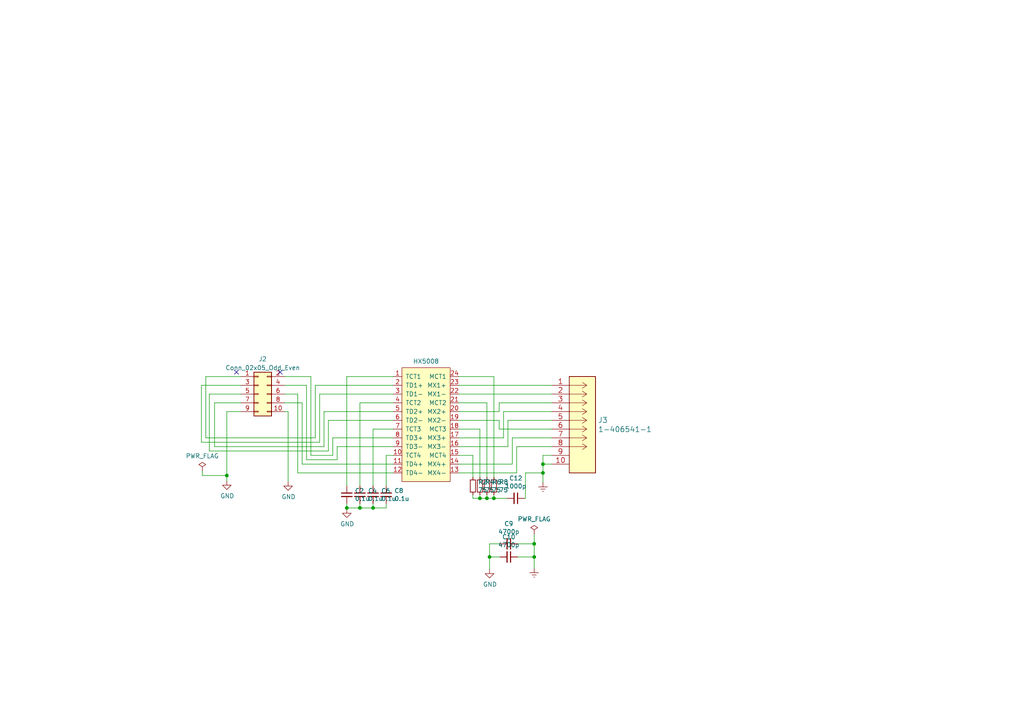
<source format=kicad_sch>
(kicad_sch (version 20230121) (generator eeschema)

  (uuid 8004154c-2cb0-4a38-a510-aadf61b39ef8)

  (paper "A4")

  (title_block
    (title "Colorlight i5 Ethernet adaptor")
    (rev "0.0")
  )

  (lib_symbols
    (symbol "Connector_Generic:Conn_02x05_Odd_Even" (pin_names (offset 1.016) hide) (in_bom yes) (on_board yes)
      (property "Reference" "J" (at 1.27 7.62 0)
        (effects (font (size 1.27 1.27)))
      )
      (property "Value" "Conn_02x05_Odd_Even" (at 1.27 -7.62 0)
        (effects (font (size 1.27 1.27)))
      )
      (property "Footprint" "" (at 0 0 0)
        (effects (font (size 1.27 1.27)) hide)
      )
      (property "Datasheet" "~" (at 0 0 0)
        (effects (font (size 1.27 1.27)) hide)
      )
      (property "ki_keywords" "connector" (at 0 0 0)
        (effects (font (size 1.27 1.27)) hide)
      )
      (property "ki_description" "Generic connector, double row, 02x05, odd/even pin numbering scheme (row 1 odd numbers, row 2 even numbers), script generated (kicad-library-utils/schlib/autogen/connector/)" (at 0 0 0)
        (effects (font (size 1.27 1.27)) hide)
      )
      (property "ki_fp_filters" "Connector*:*_2x??_*" (at 0 0 0)
        (effects (font (size 1.27 1.27)) hide)
      )
      (symbol "Conn_02x05_Odd_Even_1_1"
        (rectangle (start -1.27 -4.953) (end 0 -5.207)
          (stroke (width 0.1524) (type default))
          (fill (type none))
        )
        (rectangle (start -1.27 -2.413) (end 0 -2.667)
          (stroke (width 0.1524) (type default))
          (fill (type none))
        )
        (rectangle (start -1.27 0.127) (end 0 -0.127)
          (stroke (width 0.1524) (type default))
          (fill (type none))
        )
        (rectangle (start -1.27 2.667) (end 0 2.413)
          (stroke (width 0.1524) (type default))
          (fill (type none))
        )
        (rectangle (start -1.27 5.207) (end 0 4.953)
          (stroke (width 0.1524) (type default))
          (fill (type none))
        )
        (rectangle (start -1.27 6.35) (end 3.81 -6.35)
          (stroke (width 0.254) (type default))
          (fill (type background))
        )
        (rectangle (start 3.81 -4.953) (end 2.54 -5.207)
          (stroke (width 0.1524) (type default))
          (fill (type none))
        )
        (rectangle (start 3.81 -2.413) (end 2.54 -2.667)
          (stroke (width 0.1524) (type default))
          (fill (type none))
        )
        (rectangle (start 3.81 0.127) (end 2.54 -0.127)
          (stroke (width 0.1524) (type default))
          (fill (type none))
        )
        (rectangle (start 3.81 2.667) (end 2.54 2.413)
          (stroke (width 0.1524) (type default))
          (fill (type none))
        )
        (rectangle (start 3.81 5.207) (end 2.54 4.953)
          (stroke (width 0.1524) (type default))
          (fill (type none))
        )
        (pin passive line (at -5.08 5.08 0) (length 3.81)
          (name "Pin_1" (effects (font (size 1.27 1.27))))
          (number "1" (effects (font (size 1.27 1.27))))
        )
        (pin passive line (at 7.62 -5.08 180) (length 3.81)
          (name "Pin_10" (effects (font (size 1.27 1.27))))
          (number "10" (effects (font (size 1.27 1.27))))
        )
        (pin passive line (at 7.62 5.08 180) (length 3.81)
          (name "Pin_2" (effects (font (size 1.27 1.27))))
          (number "2" (effects (font (size 1.27 1.27))))
        )
        (pin passive line (at -5.08 2.54 0) (length 3.81)
          (name "Pin_3" (effects (font (size 1.27 1.27))))
          (number "3" (effects (font (size 1.27 1.27))))
        )
        (pin passive line (at 7.62 2.54 180) (length 3.81)
          (name "Pin_4" (effects (font (size 1.27 1.27))))
          (number "4" (effects (font (size 1.27 1.27))))
        )
        (pin passive line (at -5.08 0 0) (length 3.81)
          (name "Pin_5" (effects (font (size 1.27 1.27))))
          (number "5" (effects (font (size 1.27 1.27))))
        )
        (pin passive line (at 7.62 0 180) (length 3.81)
          (name "Pin_6" (effects (font (size 1.27 1.27))))
          (number "6" (effects (font (size 1.27 1.27))))
        )
        (pin passive line (at -5.08 -2.54 0) (length 3.81)
          (name "Pin_7" (effects (font (size 1.27 1.27))))
          (number "7" (effects (font (size 1.27 1.27))))
        )
        (pin passive line (at 7.62 -2.54 180) (length 3.81)
          (name "Pin_8" (effects (font (size 1.27 1.27))))
          (number "8" (effects (font (size 1.27 1.27))))
        )
        (pin passive line (at -5.08 -5.08 0) (length 3.81)
          (name "Pin_9" (effects (font (size 1.27 1.27))))
          (number "9" (effects (font (size 1.27 1.27))))
        )
      )
    )
    (symbol "Device:C_Small" (pin_numbers hide) (pin_names (offset 0.254) hide) (in_bom yes) (on_board yes)
      (property "Reference" "C" (at 0.254 1.778 0)
        (effects (font (size 1.27 1.27)) (justify left))
      )
      (property "Value" "C_Small" (at 0.254 -2.032 0)
        (effects (font (size 1.27 1.27)) (justify left))
      )
      (property "Footprint" "" (at 0 0 0)
        (effects (font (size 1.27 1.27)) hide)
      )
      (property "Datasheet" "~" (at 0 0 0)
        (effects (font (size 1.27 1.27)) hide)
      )
      (property "ki_keywords" "capacitor cap" (at 0 0 0)
        (effects (font (size 1.27 1.27)) hide)
      )
      (property "ki_description" "Unpolarized capacitor, small symbol" (at 0 0 0)
        (effects (font (size 1.27 1.27)) hide)
      )
      (property "ki_fp_filters" "C_*" (at 0 0 0)
        (effects (font (size 1.27 1.27)) hide)
      )
      (symbol "C_Small_0_1"
        (polyline
          (pts
            (xy -1.524 -0.508)
            (xy 1.524 -0.508)
          )
          (stroke (width 0.3302) (type default))
          (fill (type none))
        )
        (polyline
          (pts
            (xy -1.524 0.508)
            (xy 1.524 0.508)
          )
          (stroke (width 0.3048) (type default))
          (fill (type none))
        )
      )
      (symbol "C_Small_1_1"
        (pin passive line (at 0 2.54 270) (length 2.032)
          (name "~" (effects (font (size 1.27 1.27))))
          (number "1" (effects (font (size 1.27 1.27))))
        )
        (pin passive line (at 0 -2.54 90) (length 2.032)
          (name "~" (effects (font (size 1.27 1.27))))
          (number "2" (effects (font (size 1.27 1.27))))
        )
      )
    )
    (symbol "Device:R_Small" (pin_numbers hide) (pin_names (offset 0.254) hide) (in_bom yes) (on_board yes)
      (property "Reference" "R" (at 0.762 0.508 0)
        (effects (font (size 1.27 1.27)) (justify left))
      )
      (property "Value" "R_Small" (at 0.762 -1.016 0)
        (effects (font (size 1.27 1.27)) (justify left))
      )
      (property "Footprint" "" (at 0 0 0)
        (effects (font (size 1.27 1.27)) hide)
      )
      (property "Datasheet" "~" (at 0 0 0)
        (effects (font (size 1.27 1.27)) hide)
      )
      (property "ki_keywords" "R resistor" (at 0 0 0)
        (effects (font (size 1.27 1.27)) hide)
      )
      (property "ki_description" "Resistor, small symbol" (at 0 0 0)
        (effects (font (size 1.27 1.27)) hide)
      )
      (property "ki_fp_filters" "R_*" (at 0 0 0)
        (effects (font (size 1.27 1.27)) hide)
      )
      (symbol "R_Small_0_1"
        (rectangle (start -0.762 1.778) (end 0.762 -1.778)
          (stroke (width 0.2032) (type default))
          (fill (type none))
        )
      )
      (symbol "R_Small_1_1"
        (pin passive line (at 0 2.54 270) (length 0.762)
          (name "~" (effects (font (size 1.27 1.27))))
          (number "1" (effects (font (size 1.27 1.27))))
        )
        (pin passive line (at 0 -2.54 90) (length 0.762)
          (name "~" (effects (font (size 1.27 1.27))))
          (number "2" (effects (font (size 1.27 1.27))))
        )
      )
    )
    (symbol "HX5008:HX5008" (pin_names (offset 1.016)) (in_bom yes) (on_board yes)
      (property "Reference" "T" (at -6.35 16.51 0)
        (effects (font (size 1.27 1.27)))
      )
      (property "Value" "HX5008" (at 0 16.51 0)
        (effects (font (size 1.27 1.27)))
      )
      (property "Footprint" "HX5008:HX5008NL" (at 0 12.7 0)
        (effects (font (size 1.27 1.27)) hide)
      )
      (property "Datasheet" "" (at 0 12.7 0)
        (effects (font (size 1.27 1.27)) hide)
      )
      (symbol "HX5008_0_1"
        (rectangle (start -7.62 -19.05) (end 6.35 13.97)
          (stroke (width 0) (type solid))
          (fill (type background))
        )
      )
      (symbol "HX5008_1_1"
        (pin input line (at -10.16 11.43 0) (length 2.54)
          (name "TCT1" (effects (font (size 1.27 1.27))))
          (number "1" (effects (font (size 1.27 1.27))))
        )
        (pin input line (at -10.16 -11.43 0) (length 2.54)
          (name "TCT4" (effects (font (size 1.27 1.27))))
          (number "10" (effects (font (size 1.27 1.27))))
        )
        (pin input line (at -10.16 -13.97 0) (length 2.54)
          (name "TD4+" (effects (font (size 1.27 1.27))))
          (number "11" (effects (font (size 1.27 1.27))))
        )
        (pin input line (at -10.16 -16.51 0) (length 2.54)
          (name "TD4-" (effects (font (size 1.27 1.27))))
          (number "12" (effects (font (size 1.27 1.27))))
        )
        (pin input line (at 8.89 -16.51 180) (length 2.54)
          (name "MX4-" (effects (font (size 1.27 1.27))))
          (number "13" (effects (font (size 1.27 1.27))))
        )
        (pin input line (at 8.89 -13.97 180) (length 2.54)
          (name "MX4+" (effects (font (size 1.27 1.27))))
          (number "14" (effects (font (size 1.27 1.27))))
        )
        (pin input line (at 8.89 -11.43 180) (length 2.54)
          (name "MCT4" (effects (font (size 1.27 1.27))))
          (number "15" (effects (font (size 1.27 1.27))))
        )
        (pin input line (at 8.89 -8.89 180) (length 2.54)
          (name "MX3-" (effects (font (size 1.27 1.27))))
          (number "16" (effects (font (size 1.27 1.27))))
        )
        (pin input line (at 8.89 -6.35 180) (length 2.54)
          (name "MX3+" (effects (font (size 1.27 1.27))))
          (number "17" (effects (font (size 1.27 1.27))))
        )
        (pin input line (at 8.89 -3.81 180) (length 2.54)
          (name "MCT3" (effects (font (size 1.27 1.27))))
          (number "18" (effects (font (size 1.27 1.27))))
        )
        (pin input line (at 8.89 -1.27 180) (length 2.54)
          (name "MX2-" (effects (font (size 1.27 1.27))))
          (number "19" (effects (font (size 1.27 1.27))))
        )
        (pin input line (at -10.16 8.89 0) (length 2.54)
          (name "TD1+" (effects (font (size 1.27 1.27))))
          (number "2" (effects (font (size 1.27 1.27))))
        )
        (pin input line (at 8.89 1.27 180) (length 2.54)
          (name "MX2+" (effects (font (size 1.27 1.27))))
          (number "20" (effects (font (size 1.27 1.27))))
        )
        (pin input line (at 8.89 3.81 180) (length 2.54)
          (name "MCT2" (effects (font (size 1.27 1.27))))
          (number "21" (effects (font (size 1.27 1.27))))
        )
        (pin input line (at 8.89 6.35 180) (length 2.54)
          (name "MX1-" (effects (font (size 1.27 1.27))))
          (number "22" (effects (font (size 1.27 1.27))))
        )
        (pin input line (at 8.89 8.89 180) (length 2.54)
          (name "MX1+" (effects (font (size 1.27 1.27))))
          (number "23" (effects (font (size 1.27 1.27))))
        )
        (pin input line (at 8.89 11.43 180) (length 2.54)
          (name "MCT1" (effects (font (size 1.27 1.27))))
          (number "24" (effects (font (size 1.27 1.27))))
        )
        (pin input line (at -10.16 6.35 0) (length 2.54)
          (name "TD1-" (effects (font (size 1.27 1.27))))
          (number "3" (effects (font (size 1.27 1.27))))
        )
        (pin input line (at -10.16 3.81 0) (length 2.54)
          (name "TCT2" (effects (font (size 1.27 1.27))))
          (number "4" (effects (font (size 1.27 1.27))))
        )
        (pin input line (at -10.16 1.27 0) (length 2.54)
          (name "TD2+" (effects (font (size 1.27 1.27))))
          (number "5" (effects (font (size 1.27 1.27))))
        )
        (pin input line (at -10.16 -1.27 0) (length 2.54)
          (name "TD2-" (effects (font (size 1.27 1.27))))
          (number "6" (effects (font (size 1.27 1.27))))
        )
        (pin input line (at -10.16 -3.81 0) (length 2.54)
          (name "TCT3" (effects (font (size 1.27 1.27))))
          (number "7" (effects (font (size 1.27 1.27))))
        )
        (pin input line (at -10.16 -6.35 0) (length 2.54)
          (name "TD3+" (effects (font (size 1.27 1.27))))
          (number "8" (effects (font (size 1.27 1.27))))
        )
        (pin input line (at -10.16 -8.89 0) (length 2.54)
          (name "TD3-" (effects (font (size 1.27 1.27))))
          (number "9" (effects (font (size 1.27 1.27))))
        )
      )
    )
    (symbol "MJ406541:1-406541-1" (pin_names (offset 0.254) hide) (in_bom yes) (on_board yes)
      (property "Reference" "J" (at 8.89 6.35 0)
        (effects (font (size 1.524 1.524)))
      )
      (property "Value" "1-406541-1" (at 10.16 -10.16 0)
        (effects (font (size 1.524 1.524)))
      )
      (property "Footprint" "CONN8_406541_TEC" (at 10.16 -11.684 0)
        (effects (font (size 1.524 1.524)) hide)
      )
      (property "Datasheet" "" (at 0 0 0)
        (effects (font (size 1.524 1.524)))
      )
      (property "ki_locked" "" (at 0 0 0)
        (effects (font (size 1.27 1.27)))
      )
      (property "ki_fp_filters" "CONN8_406541_TEC" (at 0 0 0)
        (effects (font (size 1.27 1.27)) hide)
      )
      (symbol "1-406541-1_0_1"
        (rectangle (start 12.7 -25.4) (end 5.08 2.54)
          (stroke (width 0.2032) (type solid))
          (fill (type background))
        )
      )
      (symbol "1-406541-1_1_1"
        (polyline
          (pts
            (xy 5.08 -25.4)
            (xy 12.7 -25.4)
          )
          (stroke (width 0.127) (type solid))
          (fill (type none))
        )
        (polyline
          (pts
            (xy 5.08 2.54)
            (xy 5.08 -25.4)
          )
          (stroke (width 0.127) (type solid))
          (fill (type none))
        )
        (polyline
          (pts
            (xy 10.16 -17.78)
            (xy 5.08 -17.78)
          )
          (stroke (width 0.127) (type solid))
          (fill (type none))
        )
        (polyline
          (pts
            (xy 10.16 -17.78)
            (xy 8.89 -18.6182)
          )
          (stroke (width 0.127) (type solid))
          (fill (type none))
        )
        (polyline
          (pts
            (xy 10.16 -17.78)
            (xy 8.89 -16.9418)
          )
          (stroke (width 0.127) (type solid))
          (fill (type none))
        )
        (polyline
          (pts
            (xy 10.16 -15.24)
            (xy 5.08 -15.24)
          )
          (stroke (width 0.127) (type solid))
          (fill (type none))
        )
        (polyline
          (pts
            (xy 10.16 -15.24)
            (xy 8.89 -16.0782)
          )
          (stroke (width 0.127) (type solid))
          (fill (type none))
        )
        (polyline
          (pts
            (xy 10.16 -15.24)
            (xy 8.89 -14.4018)
          )
          (stroke (width 0.127) (type solid))
          (fill (type none))
        )
        (polyline
          (pts
            (xy 10.16 -12.7)
            (xy 5.08 -12.7)
          )
          (stroke (width 0.127) (type solid))
          (fill (type none))
        )
        (polyline
          (pts
            (xy 10.16 -12.7)
            (xy 8.89 -13.5382)
          )
          (stroke (width 0.127) (type solid))
          (fill (type none))
        )
        (polyline
          (pts
            (xy 10.16 -12.7)
            (xy 8.89 -11.8618)
          )
          (stroke (width 0.127) (type solid))
          (fill (type none))
        )
        (polyline
          (pts
            (xy 10.16 -10.16)
            (xy 5.08 -10.16)
          )
          (stroke (width 0.127) (type solid))
          (fill (type none))
        )
        (polyline
          (pts
            (xy 10.16 -10.16)
            (xy 8.89 -10.9982)
          )
          (stroke (width 0.127) (type solid))
          (fill (type none))
        )
        (polyline
          (pts
            (xy 10.16 -10.16)
            (xy 8.89 -9.3218)
          )
          (stroke (width 0.127) (type solid))
          (fill (type none))
        )
        (polyline
          (pts
            (xy 10.16 -7.62)
            (xy 5.08 -7.62)
          )
          (stroke (width 0.127) (type solid))
          (fill (type none))
        )
        (polyline
          (pts
            (xy 10.16 -7.62)
            (xy 8.89 -8.4582)
          )
          (stroke (width 0.127) (type solid))
          (fill (type none))
        )
        (polyline
          (pts
            (xy 10.16 -7.62)
            (xy 8.89 -6.7818)
          )
          (stroke (width 0.127) (type solid))
          (fill (type none))
        )
        (polyline
          (pts
            (xy 10.16 -5.08)
            (xy 5.08 -5.08)
          )
          (stroke (width 0.127) (type solid))
          (fill (type none))
        )
        (polyline
          (pts
            (xy 10.16 -5.08)
            (xy 8.89 -5.9182)
          )
          (stroke (width 0.127) (type solid))
          (fill (type none))
        )
        (polyline
          (pts
            (xy 10.16 -5.08)
            (xy 8.89 -4.2418)
          )
          (stroke (width 0.127) (type solid))
          (fill (type none))
        )
        (polyline
          (pts
            (xy 10.16 -2.54)
            (xy 5.08 -2.54)
          )
          (stroke (width 0.127) (type solid))
          (fill (type none))
        )
        (polyline
          (pts
            (xy 10.16 -2.54)
            (xy 8.89 -3.3782)
          )
          (stroke (width 0.127) (type solid))
          (fill (type none))
        )
        (polyline
          (pts
            (xy 10.16 -2.54)
            (xy 8.89 -1.7018)
          )
          (stroke (width 0.127) (type solid))
          (fill (type none))
        )
        (polyline
          (pts
            (xy 10.16 0)
            (xy 5.08 0)
          )
          (stroke (width 0.127) (type solid))
          (fill (type none))
        )
        (polyline
          (pts
            (xy 10.16 0)
            (xy 8.89 -0.8382)
          )
          (stroke (width 0.127) (type solid))
          (fill (type none))
        )
        (polyline
          (pts
            (xy 10.16 0)
            (xy 8.89 0.8382)
          )
          (stroke (width 0.127) (type solid))
          (fill (type none))
        )
        (polyline
          (pts
            (xy 12.7 -25.4)
            (xy 12.7 2.54)
          )
          (stroke (width 0.127) (type solid))
          (fill (type none))
        )
        (polyline
          (pts
            (xy 12.7 2.54)
            (xy 5.08 2.54)
          )
          (stroke (width 0.127) (type solid))
          (fill (type none))
        )
        (pin output line (at 0 0 0) (length 5.08)
          (name "1" (effects (font (size 1.4986 1.4986))))
          (number "1" (effects (font (size 1.4986 1.4986))))
        )
        (pin input line (at 0 -22.86 0) (length 5.08)
          (name "SHIELD" (effects (font (size 1.4986 1.4986))))
          (number "10" (effects (font (size 1.4986 1.4986))))
        )
        (pin output line (at 0 -2.54 0) (length 5.08)
          (name "2" (effects (font (size 1.4986 1.4986))))
          (number "2" (effects (font (size 1.4986 1.4986))))
        )
        (pin output line (at 0 -5.08 0) (length 5.08)
          (name "3" (effects (font (size 1.4986 1.4986))))
          (number "3" (effects (font (size 1.4986 1.4986))))
        )
        (pin output line (at 0 -7.62 0) (length 5.08)
          (name "4" (effects (font (size 1.4986 1.4986))))
          (number "4" (effects (font (size 1.4986 1.4986))))
        )
        (pin output line (at 0 -10.16 0) (length 5.08)
          (name "5" (effects (font (size 1.4986 1.4986))))
          (number "5" (effects (font (size 1.4986 1.4986))))
        )
        (pin output line (at 0 -12.7 0) (length 5.08)
          (name "6" (effects (font (size 1.4986 1.4986))))
          (number "6" (effects (font (size 1.4986 1.4986))))
        )
        (pin output line (at 0 -15.24 0) (length 5.08)
          (name "7" (effects (font (size 1.4986 1.4986))))
          (number "7" (effects (font (size 1.4986 1.4986))))
        )
        (pin output line (at 0 -17.78 0) (length 5.08)
          (name "8" (effects (font (size 1.4986 1.4986))))
          (number "8" (effects (font (size 1.4986 1.4986))))
        )
        (pin input line (at 0 -20.32 0) (length 5.08)
          (name "SHIELD" (effects (font (size 1.4986 1.4986))))
          (number "9" (effects (font (size 1.4986 1.4986))))
        )
      )
    )
    (symbol "power:Earth" (power) (pin_names (offset 0)) (in_bom yes) (on_board yes)
      (property "Reference" "#PWR" (at 0 -6.35 0)
        (effects (font (size 1.27 1.27)) hide)
      )
      (property "Value" "Earth" (at 0 -3.81 0)
        (effects (font (size 1.27 1.27)) hide)
      )
      (property "Footprint" "" (at 0 0 0)
        (effects (font (size 1.27 1.27)) hide)
      )
      (property "Datasheet" "~" (at 0 0 0)
        (effects (font (size 1.27 1.27)) hide)
      )
      (property "ki_keywords" "global ground gnd" (at 0 0 0)
        (effects (font (size 1.27 1.27)) hide)
      )
      (property "ki_description" "Power symbol creates a global label with name \"Earth\"" (at 0 0 0)
        (effects (font (size 1.27 1.27)) hide)
      )
      (symbol "Earth_0_1"
        (polyline
          (pts
            (xy -0.635 -1.905)
            (xy 0.635 -1.905)
          )
          (stroke (width 0) (type default))
          (fill (type none))
        )
        (polyline
          (pts
            (xy -0.127 -2.54)
            (xy 0.127 -2.54)
          )
          (stroke (width 0) (type default))
          (fill (type none))
        )
        (polyline
          (pts
            (xy 0 -1.27)
            (xy 0 0)
          )
          (stroke (width 0) (type default))
          (fill (type none))
        )
        (polyline
          (pts
            (xy 1.27 -1.27)
            (xy -1.27 -1.27)
          )
          (stroke (width 0) (type default))
          (fill (type none))
        )
      )
      (symbol "Earth_1_1"
        (pin power_in line (at 0 0 270) (length 0) hide
          (name "Earth" (effects (font (size 1.27 1.27))))
          (number "1" (effects (font (size 1.27 1.27))))
        )
      )
    )
    (symbol "power:GND" (power) (pin_names (offset 0)) (in_bom yes) (on_board yes)
      (property "Reference" "#PWR" (at 0 -6.35 0)
        (effects (font (size 1.27 1.27)) hide)
      )
      (property "Value" "GND" (at 0 -3.81 0)
        (effects (font (size 1.27 1.27)))
      )
      (property "Footprint" "" (at 0 0 0)
        (effects (font (size 1.27 1.27)) hide)
      )
      (property "Datasheet" "" (at 0 0 0)
        (effects (font (size 1.27 1.27)) hide)
      )
      (property "ki_keywords" "global power" (at 0 0 0)
        (effects (font (size 1.27 1.27)) hide)
      )
      (property "ki_description" "Power symbol creates a global label with name \"GND\" , ground" (at 0 0 0)
        (effects (font (size 1.27 1.27)) hide)
      )
      (symbol "GND_0_1"
        (polyline
          (pts
            (xy 0 0)
            (xy 0 -1.27)
            (xy 1.27 -1.27)
            (xy 0 -2.54)
            (xy -1.27 -1.27)
            (xy 0 -1.27)
          )
          (stroke (width 0) (type default))
          (fill (type none))
        )
      )
      (symbol "GND_1_1"
        (pin power_in line (at 0 0 270) (length 0) hide
          (name "GND" (effects (font (size 1.27 1.27))))
          (number "1" (effects (font (size 1.27 1.27))))
        )
      )
    )
    (symbol "power:PWR_FLAG" (power) (pin_numbers hide) (pin_names (offset 0) hide) (in_bom yes) (on_board yes)
      (property "Reference" "#FLG" (at 0 1.905 0)
        (effects (font (size 1.27 1.27)) hide)
      )
      (property "Value" "PWR_FLAG" (at 0 3.81 0)
        (effects (font (size 1.27 1.27)))
      )
      (property "Footprint" "" (at 0 0 0)
        (effects (font (size 1.27 1.27)) hide)
      )
      (property "Datasheet" "~" (at 0 0 0)
        (effects (font (size 1.27 1.27)) hide)
      )
      (property "ki_keywords" "flag power" (at 0 0 0)
        (effects (font (size 1.27 1.27)) hide)
      )
      (property "ki_description" "Special symbol for telling ERC where power comes from" (at 0 0 0)
        (effects (font (size 1.27 1.27)) hide)
      )
      (symbol "PWR_FLAG_0_0"
        (pin power_out line (at 0 0 90) (length 0)
          (name "pwr" (effects (font (size 1.27 1.27))))
          (number "1" (effects (font (size 1.27 1.27))))
        )
      )
      (symbol "PWR_FLAG_0_1"
        (polyline
          (pts
            (xy 0 0)
            (xy 0 1.27)
            (xy -1.016 1.905)
            (xy 0 2.54)
            (xy 1.016 1.905)
            (xy 0 1.27)
          )
          (stroke (width 0) (type default))
          (fill (type none))
        )
      )
    )
  )

  (junction (at 104.394 147.32) (diameter 0) (color 0 0 0 0)
    (uuid 0e41e671-970a-4d98-a587-7b481e30f822)
  )
  (junction (at 100.584 147.32) (diameter 0) (color 0 0 0 0)
    (uuid 0ed61b39-09e9-4652-9b8b-e025652b6b1a)
  )
  (junction (at 154.94 161.544) (diameter 0) (color 0 0 0 0)
    (uuid 2cd7be24-d9ac-4641-81c5-6f11d249b98c)
  )
  (junction (at 65.786 137.922) (diameter 0) (color 0 0 0 0)
    (uuid 7729fd50-574b-4571-ba82-7c76672aee04)
  )
  (junction (at 154.94 157.734) (diameter 0) (color 0 0 0 0)
    (uuid 7a740cdf-5482-415e-b522-86a0d5f9bf68)
  )
  (junction (at 108.204 147.32) (diameter 0) (color 0 0 0 0)
    (uuid 8c76c016-5014-4fd1-a579-f2d9f007212b)
  )
  (junction (at 143.256 144.526) (diameter 0) (color 0 0 0 0)
    (uuid 8d1cacd0-dd6f-4761-a14e-e532b4f178c7)
  )
  (junction (at 157.48 137.16) (diameter 0) (color 0 0 0 0)
    (uuid 8db3e066-5d97-4063-acda-a855df99ee9a)
  )
  (junction (at 157.48 134.62) (diameter 0) (color 0 0 0 0)
    (uuid 9ed2b261-0d36-4aac-b85d-3547fec9af08)
  )
  (junction (at 141.986 161.544) (diameter 0) (color 0 0 0 0)
    (uuid a5066020-0c74-47b2-b01f-8d62e9921e52)
  )
  (junction (at 139.192 144.526) (diameter 0) (color 0 0 0 0)
    (uuid b9297b8b-c207-471b-b024-6a7cff220234)
  )
  (junction (at 141.224 144.526) (diameter 0) (color 0 0 0 0)
    (uuid c604a6cc-2db7-407e-b379-440965b72c93)
  )

  (no_connect (at 81.28 107.95) (uuid 1c3a64d3-fd92-497e-aee7-4d307b969ed3))
  (no_connect (at 68.58 107.95) (uuid a5cf1619-a2f7-4a22-acf8-ecc54d980df8))

  (wire (pts (xy 143.256 143.51) (xy 143.256 144.526))
    (stroke (width 0) (type default))
    (uuid 01882050-98e0-44ff-bb21-77bd271f6dd7)
  )
  (wire (pts (xy 137.16 143.51) (xy 137.16 144.526))
    (stroke (width 0) (type default))
    (uuid 01d6ada3-c06a-4608-bf3b-c333562171b8)
  )
  (wire (pts (xy 87.63 134.62) (xy 114.046 134.62))
    (stroke (width 0) (type default))
    (uuid 07b9f829-58bf-46eb-b1f5-e882adada680)
  )
  (wire (pts (xy 143.256 144.526) (xy 147.066 144.526))
    (stroke (width 0) (type default))
    (uuid 09cb8c6c-d07e-47df-9aa7-36e66c5eca51)
  )
  (wire (pts (xy 157.48 134.62) (xy 157.48 137.16))
    (stroke (width 0) (type default))
    (uuid 0ae6d3fa-3fc4-487d-98fd-696d10813332)
  )
  (wire (pts (xy 92.71 128.27) (xy 92.71 114.3))
    (stroke (width 0) (type default))
    (uuid 0bff30dc-c48a-4ade-8dee-607249bcdbad)
  )
  (wire (pts (xy 112.014 146.05) (xy 112.014 147.32))
    (stroke (width 0) (type default))
    (uuid 0d2dc931-02cc-4693-9729-1ac95c20f35f)
  )
  (wire (pts (xy 104.394 146.05) (xy 104.394 147.32))
    (stroke (width 0) (type default))
    (uuid 10f0a96f-b7ae-46e8-a31a-1382f692d1c6)
  )
  (wire (pts (xy 60.706 130.81) (xy 60.706 114.3))
    (stroke (width 0) (type default))
    (uuid 118aa0ba-1174-444d-8a89-7f8c6ee9851e)
  )
  (wire (pts (xy 144.78 116.84) (xy 160.02 116.84))
    (stroke (width 0) (type default))
    (uuid 14f4ff5c-5eb8-45fd-81ae-a11b212701e5)
  )
  (wire (pts (xy 58.674 137.922) (xy 65.786 137.922))
    (stroke (width 0) (type default))
    (uuid 157ab865-9e79-4034-9c68-b3d6fae3a0eb)
  )
  (wire (pts (xy 59.69 127) (xy 91.44 127))
    (stroke (width 0) (type default))
    (uuid 18c94648-c2ad-4bab-b7c2-7b931a72a4a7)
  )
  (wire (pts (xy 144.78 124.46) (xy 160.02 124.46))
    (stroke (width 0) (type default))
    (uuid 18f04d0f-ba0c-461a-9704-8aafcb31c327)
  )
  (wire (pts (xy 133.096 111.76) (xy 160.02 111.76))
    (stroke (width 0) (type default))
    (uuid 1c22ae0f-e92f-4551-98ae-53db0a42ad0d)
  )
  (wire (pts (xy 69.85 119.38) (xy 65.786 119.38))
    (stroke (width 0) (type default))
    (uuid 1d3f80d0-66bb-40e4-8693-f45fab08a273)
  )
  (wire (pts (xy 133.096 124.46) (xy 139.192 124.46))
    (stroke (width 0) (type default))
    (uuid 1e72284a-6e7f-4c1b-b220-30c59c552d26)
  )
  (wire (pts (xy 133.096 137.16) (xy 149.86 137.16))
    (stroke (width 0) (type default))
    (uuid 20cb5bba-351c-4f41-be78-3172473d7523)
  )
  (wire (pts (xy 97.79 129.54) (xy 114.046 129.54))
    (stroke (width 0) (type default))
    (uuid 2233a403-f8ff-45a8-9f1a-2e1105b4227e)
  )
  (wire (pts (xy 139.192 143.51) (xy 139.192 144.526))
    (stroke (width 0) (type default))
    (uuid 226644ce-0fdd-4074-89c5-54f449b36931)
  )
  (wire (pts (xy 133.096 132.08) (xy 137.16 132.08))
    (stroke (width 0) (type default))
    (uuid 24905ed8-dd6a-4096-a868-2525a5fc5c35)
  )
  (wire (pts (xy 114.046 121.92) (xy 95.25 121.92))
    (stroke (width 0) (type default))
    (uuid 2619ebc7-2128-4644-baec-640e35225d1f)
  )
  (wire (pts (xy 160.02 134.62) (xy 157.48 134.62))
    (stroke (width 0) (type default))
    (uuid 28bceafa-9b4f-41b6-b1ae-23ceba49a974)
  )
  (wire (pts (xy 152.4 144.526) (xy 152.4 137.16))
    (stroke (width 0) (type default))
    (uuid 29a30859-89e7-4f51-8f60-73d675a5daab)
  )
  (wire (pts (xy 82.55 116.84) (xy 87.63 116.84))
    (stroke (width 0) (type default))
    (uuid 2bbb2697-0504-42a7-9c86-2b3abe19db65)
  )
  (wire (pts (xy 88.9 133.35) (xy 97.79 133.35))
    (stroke (width 0) (type default))
    (uuid 2c0e9911-8a1b-460e-ba02-5dc78718adeb)
  )
  (wire (pts (xy 133.096 134.62) (xy 148.59 134.62))
    (stroke (width 0) (type default))
    (uuid 2d363dc7-75f3-404a-8eed-618b91bc8916)
  )
  (wire (pts (xy 141.224 143.51) (xy 141.224 144.526))
    (stroke (width 0) (type default))
    (uuid 2d57795e-eca8-401a-9e38-9108d50576cb)
  )
  (wire (pts (xy 147.32 129.54) (xy 147.32 121.92))
    (stroke (width 0) (type default))
    (uuid 2ddbb454-2fd6-409b-be6c-f5f926eb1bb3)
  )
  (wire (pts (xy 108.204 124.46) (xy 108.204 140.97))
    (stroke (width 0) (type default))
    (uuid 31194557-9ce8-42b8-b677-13afcd234cb8)
  )
  (wire (pts (xy 150.114 161.544) (xy 154.94 161.544))
    (stroke (width 0) (type default))
    (uuid 319bf6c2-d3ca-46b0-83d8-c6fc3c6c8c2c)
  )
  (wire (pts (xy 58.42 128.27) (xy 92.71 128.27))
    (stroke (width 0) (type default))
    (uuid 31df57b9-1a6b-4e12-9c53-09c721867a08)
  )
  (wire (pts (xy 90.17 109.22) (xy 90.17 132.08))
    (stroke (width 0) (type default))
    (uuid 324b495a-0373-4a24-9ff3-480ec8e39a61)
  )
  (wire (pts (xy 90.17 132.08) (xy 96.52 132.08))
    (stroke (width 0) (type default))
    (uuid 3307a0ec-d768-4fb4-ba13-866933a481dd)
  )
  (wire (pts (xy 65.786 119.38) (xy 65.786 137.922))
    (stroke (width 0) (type default))
    (uuid 349a2307-833c-49c5-8acd-5c11ee582d3b)
  )
  (wire (pts (xy 58.42 111.76) (xy 58.42 128.27))
    (stroke (width 0) (type default))
    (uuid 3773d02a-4cfd-4a7d-a78f-09a48acf35cc)
  )
  (wire (pts (xy 144.78 121.92) (xy 144.78 124.46))
    (stroke (width 0) (type default))
    (uuid 397fbfdc-45a3-445e-8734-8548c4bd935f)
  )
  (wire (pts (xy 82.55 109.22) (xy 90.17 109.22))
    (stroke (width 0) (type default))
    (uuid 39c19b81-0084-48e6-abd8-ffe55ea6d49c)
  )
  (wire (pts (xy 108.204 146.05) (xy 108.204 147.32))
    (stroke (width 0) (type default))
    (uuid 39d8d860-7649-4ee2-b4e0-85b33a6159e8)
  )
  (wire (pts (xy 91.44 127) (xy 91.44 111.76))
    (stroke (width 0) (type default))
    (uuid 3bfdc464-5013-408f-a0a0-9567d17a5891)
  )
  (wire (pts (xy 88.9 111.76) (xy 88.9 133.35))
    (stroke (width 0) (type default))
    (uuid 3c0b4acc-adbc-484b-a7db-0ff4d68c1ca5)
  )
  (wire (pts (xy 141.986 161.544) (xy 141.986 165.1))
    (stroke (width 0) (type default))
    (uuid 3c153d63-f3e1-4d82-9714-eb0ec4f6c0db)
  )
  (wire (pts (xy 154.94 154.94) (xy 154.94 157.734))
    (stroke (width 0) (type default))
    (uuid 3cef65f5-704c-4182-938e-a1a9e336a236)
  )
  (wire (pts (xy 95.25 121.92) (xy 95.25 130.81))
    (stroke (width 0) (type default))
    (uuid 411efcd2-d65c-403d-a61c-5a8ea9b590e2)
  )
  (wire (pts (xy 133.096 109.22) (xy 143.256 109.22))
    (stroke (width 0) (type default))
    (uuid 4485bf16-0572-4ba0-8a23-0f28ced223a0)
  )
  (wire (pts (xy 100.584 109.22) (xy 100.584 140.97))
    (stroke (width 0) (type default))
    (uuid 5127aca1-72ec-473e-9804-59522b0297f5)
  )
  (wire (pts (xy 149.86 137.16) (xy 149.86 129.54))
    (stroke (width 0) (type default))
    (uuid 53559f64-1aea-4a21-a2fe-77fe897fc10a)
  )
  (wire (pts (xy 146.05 119.38) (xy 160.02 119.38))
    (stroke (width 0) (type default))
    (uuid 57feb072-98be-4898-9756-d50232467446)
  )
  (wire (pts (xy 100.584 147.32) (xy 100.584 146.05))
    (stroke (width 0) (type default))
    (uuid 5823a5d3-65e5-437c-9414-0d80f50a8277)
  )
  (wire (pts (xy 92.71 114.3) (xy 114.046 114.3))
    (stroke (width 0) (type default))
    (uuid 5acab3b8-0f98-4a4a-b06b-19f1aecb97fb)
  )
  (wire (pts (xy 82.55 114.3) (xy 86.36 114.3))
    (stroke (width 0) (type default))
    (uuid 60b42a82-8809-4c1b-868e-0c9ab71314f1)
  )
  (wire (pts (xy 114.046 124.46) (xy 108.204 124.46))
    (stroke (width 0) (type default))
    (uuid 62ef73a6-18c1-4ae7-b5a6-a14b6b1873a8)
  )
  (wire (pts (xy 137.16 132.08) (xy 137.16 138.43))
    (stroke (width 0) (type default))
    (uuid 689b788a-5035-4a58-9d06-40fc9568d25d)
  )
  (wire (pts (xy 139.192 144.526) (xy 141.224 144.526))
    (stroke (width 0) (type default))
    (uuid 6e1bbd70-0fe9-4ce8-bc50-f2ee07dbf444)
  )
  (wire (pts (xy 139.192 124.46) (xy 139.192 138.43))
    (stroke (width 0) (type default))
    (uuid 6f49589b-acba-4eac-87bc-e1256c7ecaaf)
  )
  (wire (pts (xy 144.78 119.38) (xy 144.78 116.84))
    (stroke (width 0) (type default))
    (uuid 7246f311-2208-48b3-99f0-93e20b701552)
  )
  (wire (pts (xy 157.48 137.16) (xy 157.48 139.954))
    (stroke (width 0) (type default))
    (uuid 72854559-a666-4277-84ea-8f62602590a4)
  )
  (wire (pts (xy 160.02 114.3) (xy 133.096 114.3))
    (stroke (width 0) (type default))
    (uuid 7924c4d4-f930-410c-948f-8e907c00c5e5)
  )
  (wire (pts (xy 145.034 157.734) (xy 141.986 157.734))
    (stroke (width 0) (type default))
    (uuid 7a5df7b2-bcb8-45a7-9248-25e419f05a1d)
  )
  (wire (pts (xy 104.394 140.97) (xy 104.394 116.84))
    (stroke (width 0) (type default))
    (uuid 7b9fb706-7838-440a-9948-f1e6a8d8a48c)
  )
  (wire (pts (xy 97.79 133.35) (xy 97.79 129.54))
    (stroke (width 0) (type default))
    (uuid 7db0b40f-c48c-45ce-bb90-bacba5f2aac6)
  )
  (wire (pts (xy 108.204 147.32) (xy 104.394 147.32))
    (stroke (width 0) (type default))
    (uuid 80920aba-bb76-4ed8-a88c-77f921a64fa0)
  )
  (wire (pts (xy 141.224 116.84) (xy 133.096 116.84))
    (stroke (width 0) (type default))
    (uuid 82829bee-0a32-4ba2-869b-72d3bd9bff40)
  )
  (wire (pts (xy 150.114 157.734) (xy 154.94 157.734))
    (stroke (width 0) (type default))
    (uuid 82c73692-e39d-4dfc-8425-927b64a70b4c)
  )
  (wire (pts (xy 157.48 132.08) (xy 157.48 134.62))
    (stroke (width 0) (type default))
    (uuid 83dc1f14-6de5-4bde-a35e-c3e4be5fc468)
  )
  (wire (pts (xy 112.014 147.32) (xy 108.204 147.32))
    (stroke (width 0) (type default))
    (uuid 8aafb9d4-763e-43cf-bc00-baddd8469197)
  )
  (wire (pts (xy 96.52 127) (xy 114.046 127))
    (stroke (width 0) (type default))
    (uuid 8b922207-1fa8-409b-8ced-8a50b9dbb059)
  )
  (wire (pts (xy 62.23 116.84) (xy 69.85 116.84))
    (stroke (width 0) (type default))
    (uuid 909e905f-7b4b-43a9-b215-3127ab1ad570)
  )
  (wire (pts (xy 93.98 129.54) (xy 93.98 119.38))
    (stroke (width 0) (type default))
    (uuid 90c36fd3-e889-452c-ba81-1757b56f4e25)
  )
  (wire (pts (xy 104.394 147.32) (xy 100.584 147.32))
    (stroke (width 0) (type default))
    (uuid 9491e692-b093-48c0-8c4c-7ba1faeba446)
  )
  (wire (pts (xy 149.86 129.54) (xy 160.02 129.54))
    (stroke (width 0) (type default))
    (uuid 96e3d29e-e764-48c9-9df6-10124e38d591)
  )
  (wire (pts (xy 93.98 119.38) (xy 114.046 119.38))
    (stroke (width 0) (type default))
    (uuid 97908902-a0e6-4ead-89c5-1b4930acb841)
  )
  (wire (pts (xy 133.096 121.92) (xy 144.78 121.92))
    (stroke (width 0) (type default))
    (uuid 99353daa-e56b-4823-a3b7-76e4fb50f627)
  )
  (wire (pts (xy 59.69 109.22) (xy 59.69 127))
    (stroke (width 0) (type default))
    (uuid 9a573130-6e32-479d-916b-2ab85d2b32d9)
  )
  (wire (pts (xy 83.566 119.38) (xy 83.566 139.7))
    (stroke (width 0) (type default))
    (uuid 9cbc2f0e-c337-488f-bfcd-a6a118a9069e)
  )
  (wire (pts (xy 96.52 132.08) (xy 96.52 127))
    (stroke (width 0) (type default))
    (uuid 9e911835-b54a-4f7f-b1ab-2a7d7c2bcaf1)
  )
  (wire (pts (xy 62.23 129.54) (xy 93.98 129.54))
    (stroke (width 0) (type default))
    (uuid a07130a4-cd4b-429b-b1c2-e95eb40d76bc)
  )
  (wire (pts (xy 148.59 127) (xy 160.02 127))
    (stroke (width 0) (type default))
    (uuid a3cf977c-dc4f-4464-abf5-afc98eae7943)
  )
  (wire (pts (xy 152.4 137.16) (xy 157.48 137.16))
    (stroke (width 0) (type default))
    (uuid a7aadd56-705d-4dcf-8198-2f3d98e127fb)
  )
  (wire (pts (xy 82.55 119.38) (xy 83.566 119.38))
    (stroke (width 0) (type default))
    (uuid a81acef1-8981-411d-ab22-c7795e167580)
  )
  (wire (pts (xy 112.014 132.08) (xy 112.014 140.97))
    (stroke (width 0) (type default))
    (uuid a9986fa1-db29-4763-b7ca-abefc20bbdd4)
  )
  (wire (pts (xy 58.42 111.76) (xy 69.85 111.76))
    (stroke (width 0) (type default))
    (uuid acc4d936-be30-41dc-b8fa-be9ce09c6f2c)
  )
  (wire (pts (xy 114.046 109.22) (xy 100.584 109.22))
    (stroke (width 0) (type default))
    (uuid b0f77c17-8201-49a8-937f-a89b41afb1ad)
  )
  (wire (pts (xy 148.59 134.62) (xy 148.59 127))
    (stroke (width 0) (type default))
    (uuid b26fdd8c-42a7-4ec0-b4f3-5b4f602de1e8)
  )
  (wire (pts (xy 86.36 114.3) (xy 86.36 137.16))
    (stroke (width 0) (type default))
    (uuid b34c606a-f718-4aa9-85e5-8aafb3dfb889)
  )
  (wire (pts (xy 160.02 132.08) (xy 157.48 132.08))
    (stroke (width 0) (type default))
    (uuid b7e885a6-0ba0-4124-881b-841b076cc27a)
  )
  (wire (pts (xy 58.674 136.652) (xy 58.674 137.922))
    (stroke (width 0) (type default))
    (uuid ba7460e1-a01a-47e8-b173-16435c3410b1)
  )
  (wire (pts (xy 133.096 127) (xy 146.05 127))
    (stroke (width 0) (type default))
    (uuid bc05cfb4-05e5-4e45-9f93-857f7061cec0)
  )
  (wire (pts (xy 141.224 138.43) (xy 141.224 116.84))
    (stroke (width 0) (type default))
    (uuid bde739f8-8bad-44a3-adc5-7d9ed60bec94)
  )
  (wire (pts (xy 143.256 109.22) (xy 143.256 138.43))
    (stroke (width 0) (type default))
    (uuid bf3bd711-e792-4be1-b815-9786790c02d5)
  )
  (wire (pts (xy 146.05 127) (xy 146.05 119.38))
    (stroke (width 0) (type default))
    (uuid c1b3c64c-9bb6-4b40-acc3-c8b690e66f69)
  )
  (wire (pts (xy 62.23 116.84) (xy 62.23 129.54))
    (stroke (width 0) (type default))
    (uuid c53d3868-c1ea-402f-83b6-06c1fb24b134)
  )
  (wire (pts (xy 133.096 119.38) (xy 144.78 119.38))
    (stroke (width 0) (type default))
    (uuid c885d4c0-5ac3-4df2-85a4-8e62de40db34)
  )
  (wire (pts (xy 87.63 116.84) (xy 87.63 134.62))
    (stroke (width 0) (type default))
    (uuid ca55a5aa-6576-40eb-985f-ef6b20efc9e2)
  )
  (wire (pts (xy 91.44 111.76) (xy 114.046 111.76))
    (stroke (width 0) (type default))
    (uuid cbe9be85-7159-42bb-8146-ce1dad8b3080)
  )
  (wire (pts (xy 95.25 130.81) (xy 60.706 130.81))
    (stroke (width 0) (type default))
    (uuid cf80e584-c284-403e-8792-a554b056ebb7)
  )
  (wire (pts (xy 86.36 137.16) (xy 114.046 137.16))
    (stroke (width 0) (type default))
    (uuid d0fb222c-9d99-4d9e-827a-4786e5410326)
  )
  (wire (pts (xy 141.986 157.734) (xy 141.986 161.544))
    (stroke (width 0) (type default))
    (uuid d26bf588-b441-434a-8268-0a9bc9f4b857)
  )
  (wire (pts (xy 100.584 147.574) (xy 100.584 147.32))
    (stroke (width 0) (type default))
    (uuid d3ade8f5-afda-4cb0-999f-e0fbf18164e3)
  )
  (wire (pts (xy 154.94 161.544) (xy 154.94 164.846))
    (stroke (width 0) (type default))
    (uuid d4bf3f34-cf08-4f54-ae76-282dcc4aef73)
  )
  (wire (pts (xy 147.32 121.92) (xy 160.02 121.92))
    (stroke (width 0) (type default))
    (uuid d4c97804-24c7-46fa-8c78-f2022a89ee01)
  )
  (wire (pts (xy 133.096 129.54) (xy 147.32 129.54))
    (stroke (width 0) (type default))
    (uuid d68678af-7e93-43f6-9f48-3bef84e60086)
  )
  (wire (pts (xy 137.16 144.526) (xy 139.192 144.526))
    (stroke (width 0) (type default))
    (uuid dded7f5f-bbc5-43c3-bd94-dfbe294d43fd)
  )
  (wire (pts (xy 114.046 132.08) (xy 112.014 132.08))
    (stroke (width 0) (type default))
    (uuid df0b7576-ed5c-4e39-9c38-492c8ed1a925)
  )
  (wire (pts (xy 60.706 114.3) (xy 69.85 114.3))
    (stroke (width 0) (type default))
    (uuid e06a33e7-99d4-4ad0-a368-42611c69d178)
  )
  (wire (pts (xy 59.69 109.22) (xy 69.85 109.22))
    (stroke (width 0) (type default))
    (uuid e658d671-7e0c-47fb-9b1b-4738b0b759c8)
  )
  (wire (pts (xy 154.94 157.734) (xy 154.94 161.544))
    (stroke (width 0) (type default))
    (uuid e8b0ce5e-76d2-4b38-9a91-4203a877fa13)
  )
  (wire (pts (xy 145.034 161.544) (xy 141.986 161.544))
    (stroke (width 0) (type default))
    (uuid f1478ae7-15ab-4bb5-9e28-f2e8c693ba67)
  )
  (wire (pts (xy 65.786 137.922) (xy 65.786 139.446))
    (stroke (width 0) (type default))
    (uuid f3a39066-06ed-4b2a-94a5-8cfe88960308)
  )
  (wire (pts (xy 141.224 144.526) (xy 143.256 144.526))
    (stroke (width 0) (type default))
    (uuid f4358e8e-25a7-455b-9879-8ca3a4f0ef25)
  )
  (wire (pts (xy 82.55 111.76) (xy 88.9 111.76))
    (stroke (width 0) (type default))
    (uuid f4a6d560-920e-48eb-9ad6-b23bcbc84f4f)
  )
  (wire (pts (xy 104.394 116.84) (xy 114.046 116.84))
    (stroke (width 0) (type default))
    (uuid fa2caad1-7729-4400-b2a3-66f915c49d1b)
  )
  (wire (pts (xy 152.146 144.526) (xy 152.4 144.526))
    (stroke (width 0) (type default))
    (uuid ff303cbb-33ec-4270-9874-336c24277c06)
  )

  (symbol (lib_id "HX5008:HX5008") (at 124.206 120.65 0) (unit 1)
    (in_bom yes) (on_board yes) (dnp no)
    (uuid 00000000-0000-0000-0000-00005fd1d25f)
    (property "Reference" "T2" (at 123.571 102.489 0)
      (effects (font (size 1.27 1.27)) hide)
    )
    (property "Value" "HX5008" (at 123.571 104.8004 0)
      (effects (font (size 1.27 1.27)))
    )
    (property "Footprint" "HX5008:HX5008NL" (at 124.206 107.95 0)
      (effects (font (size 1.27 1.27)) hide)
    )
    (property "Datasheet" "" (at 124.206 107.95 0)
      (effects (font (size 1.27 1.27)) hide)
    )
    (pin "1" (uuid bc3667cf-c4d3-48bd-96f4-9d4011e21a91))
    (pin "10" (uuid 6e11a4fc-0963-4351-b1d3-4cb11b89b7f3))
    (pin "11" (uuid fcbcf11a-12ee-4363-9a6b-4a3bb8c9836a))
    (pin "12" (uuid b56c9957-e69a-4659-88fb-650ef39f8f0b))
    (pin "13" (uuid 4a67f411-efab-4d2c-b12c-87f56eec83d1))
    (pin "14" (uuid 57fd5422-d8c8-4d81-92dc-aa50365e7da7))
    (pin "15" (uuid eb251ecb-4925-45a9-9b67-f859044f3009))
    (pin "16" (uuid 0c9b21c0-43dc-4007-9050-c41f4106befb))
    (pin "17" (uuid 1d8e8efe-5124-44a6-8748-988b280d387d))
    (pin "18" (uuid 9a75d7e4-ec23-4d58-9285-9842c787c0e2))
    (pin "19" (uuid 3464ccd5-f07f-4e2d-81c8-d3cb7668e871))
    (pin "2" (uuid 57fc87b7-5750-4950-9eaa-2bcfe0e0d754))
    (pin "20" (uuid 2f72de4b-99d8-4be0-81c9-e050a1d9a672))
    (pin "21" (uuid fe01ee2d-5c0b-4882-921c-816f1e2ab110))
    (pin "22" (uuid e700a7a5-aed4-46c8-9a66-67e1b204ecc4))
    (pin "23" (uuid ed0401a9-a018-4b84-989c-48da634cff05))
    (pin "24" (uuid a38d6db4-b9eb-4726-baeb-f120f12c80e1))
    (pin "3" (uuid c517eda6-1b59-4a98-8899-25cc8d4600f8))
    (pin "4" (uuid e3a34943-2427-4e62-a625-26fd6b22d144))
    (pin "5" (uuid 39b7625f-eca5-416d-b34b-8f0abd727f54))
    (pin "6" (uuid 9a82e579-7603-4c0f-abcb-e11500214e8d))
    (pin "7" (uuid d7a7cb7c-3c02-4197-965c-00e4016f786d))
    (pin "8" (uuid 09228813-63d4-4384-a620-564efaba46e1))
    (pin "9" (uuid 825855db-de43-4c97-9a65-93b8fc170ce2))
    (instances
      (project "i5ether"
        (path "/8004154c-2cb0-4a38-a510-aadf61b39ef8"
          (reference "T2") (unit 1)
        )
      )
    )
  )

  (symbol (lib_id "power:GND") (at 65.786 139.446 0) (unit 1)
    (in_bom yes) (on_board yes) (dnp no)
    (uuid 00000000-0000-0000-0000-00005fd72904)
    (property "Reference" "#PWR01" (at 65.786 145.796 0)
      (effects (font (size 1.27 1.27)) hide)
    )
    (property "Value" "GND" (at 65.913 143.8402 0)
      (effects (font (size 1.27 1.27)))
    )
    (property "Footprint" "" (at 65.786 139.446 0)
      (effects (font (size 1.27 1.27)) hide)
    )
    (property "Datasheet" "" (at 65.786 139.446 0)
      (effects (font (size 1.27 1.27)) hide)
    )
    (pin "1" (uuid 7824772f-5a36-48e5-a051-5ef56ca8ff59))
    (instances
      (project "i5ether"
        (path "/8004154c-2cb0-4a38-a510-aadf61b39ef8"
          (reference "#PWR01") (unit 1)
        )
      )
    )
  )

  (symbol (lib_id "power:GND") (at 83.566 139.7 0) (unit 1)
    (in_bom yes) (on_board yes) (dnp no)
    (uuid 00000000-0000-0000-0000-00005fd74382)
    (property "Reference" "#PWR02" (at 83.566 146.05 0)
      (effects (font (size 1.27 1.27)) hide)
    )
    (property "Value" "GND" (at 83.693 144.0942 0)
      (effects (font (size 1.27 1.27)))
    )
    (property "Footprint" "" (at 83.566 139.7 0)
      (effects (font (size 1.27 1.27)) hide)
    )
    (property "Datasheet" "" (at 83.566 139.7 0)
      (effects (font (size 1.27 1.27)) hide)
    )
    (pin "1" (uuid 5363e52b-7b32-4e74-88b6-89f29dcedea7))
    (instances
      (project "i5ether"
        (path "/8004154c-2cb0-4a38-a510-aadf61b39ef8"
          (reference "#PWR02") (unit 1)
        )
      )
    )
  )

  (symbol (lib_id "Device:C_Small") (at 100.584 143.51 0) (unit 1)
    (in_bom yes) (on_board yes) (dnp no)
    (uuid 00000000-0000-0000-0000-00005fdb0917)
    (property "Reference" "C2" (at 102.9208 142.3416 0)
      (effects (font (size 1.27 1.27)) (justify left))
    )
    (property "Value" "0.1u" (at 102.9208 144.653 0)
      (effects (font (size 1.27 1.27)) (justify left))
    )
    (property "Footprint" "Capacitor_SMD:C_0402_1005Metric" (at 100.584 143.51 0)
      (effects (font (size 1.27 1.27)) hide)
    )
    (property "Datasheet" "~" (at 100.584 143.51 0)
      (effects (font (size 1.27 1.27)) hide)
    )
    (pin "1" (uuid 4ca05c3f-710b-499c-bd98-ef230c5adf8a))
    (pin "2" (uuid cfb24685-ba00-4102-abc1-bea898adf5bc))
    (instances
      (project "i5ether"
        (path "/8004154c-2cb0-4a38-a510-aadf61b39ef8"
          (reference "C2") (unit 1)
        )
      )
    )
  )

  (symbol (lib_id "Device:C_Small") (at 104.394 143.51 0) (unit 1)
    (in_bom yes) (on_board yes) (dnp no)
    (uuid 00000000-0000-0000-0000-00005fdb091d)
    (property "Reference" "C4" (at 106.7308 142.3416 0)
      (effects (font (size 1.27 1.27)) (justify left))
    )
    (property "Value" "0.1u" (at 106.7308 144.653 0)
      (effects (font (size 1.27 1.27)) (justify left))
    )
    (property "Footprint" "Capacitor_SMD:C_0402_1005Metric" (at 104.394 143.51 0)
      (effects (font (size 1.27 1.27)) hide)
    )
    (property "Datasheet" "~" (at 104.394 143.51 0)
      (effects (font (size 1.27 1.27)) hide)
    )
    (pin "1" (uuid e5d5e21e-f119-408b-8db2-9935c5e072c6))
    (pin "2" (uuid c1effc5d-754f-4dbe-b792-42de0be935ac))
    (instances
      (project "i5ether"
        (path "/8004154c-2cb0-4a38-a510-aadf61b39ef8"
          (reference "C4") (unit 1)
        )
      )
    )
  )

  (symbol (lib_id "Device:C_Small") (at 108.204 143.51 0) (unit 1)
    (in_bom yes) (on_board yes) (dnp no)
    (uuid 00000000-0000-0000-0000-00005fdb0923)
    (property "Reference" "C6" (at 110.5408 142.3416 0)
      (effects (font (size 1.27 1.27)) (justify left))
    )
    (property "Value" "0.1u" (at 110.5408 144.653 0)
      (effects (font (size 1.27 1.27)) (justify left))
    )
    (property "Footprint" "Capacitor_SMD:C_0402_1005Metric" (at 108.204 143.51 0)
      (effects (font (size 1.27 1.27)) hide)
    )
    (property "Datasheet" "~" (at 108.204 143.51 0)
      (effects (font (size 1.27 1.27)) hide)
    )
    (pin "1" (uuid de5dcfdb-e62a-416d-8ba5-6647647d44d5))
    (pin "2" (uuid ea922ae1-c8fd-4e2f-b9e1-e911b17d832c))
    (instances
      (project "i5ether"
        (path "/8004154c-2cb0-4a38-a510-aadf61b39ef8"
          (reference "C6") (unit 1)
        )
      )
    )
  )

  (symbol (lib_id "Device:C_Small") (at 112.014 143.51 0) (unit 1)
    (in_bom yes) (on_board yes) (dnp no)
    (uuid 00000000-0000-0000-0000-00005fdb0929)
    (property "Reference" "C8" (at 114.3508 142.3416 0)
      (effects (font (size 1.27 1.27)) (justify left))
    )
    (property "Value" "0.1u" (at 114.3508 144.653 0)
      (effects (font (size 1.27 1.27)) (justify left))
    )
    (property "Footprint" "Capacitor_SMD:C_0402_1005Metric" (at 112.014 143.51 0)
      (effects (font (size 1.27 1.27)) hide)
    )
    (property "Datasheet" "~" (at 112.014 143.51 0)
      (effects (font (size 1.27 1.27)) hide)
    )
    (pin "1" (uuid b5f2d883-31b7-4455-9c26-3c2bbc1b570f))
    (pin "2" (uuid 7fa04306-e7b9-418e-9829-6e6e54f24a73))
    (instances
      (project "i5ether"
        (path "/8004154c-2cb0-4a38-a510-aadf61b39ef8"
          (reference "C8") (unit 1)
        )
      )
    )
  )

  (symbol (lib_id "power:GND") (at 100.584 147.574 0) (unit 1)
    (in_bom yes) (on_board yes) (dnp no)
    (uuid 00000000-0000-0000-0000-00005fdb092f)
    (property "Reference" "#PWR04" (at 100.584 153.924 0)
      (effects (font (size 1.27 1.27)) hide)
    )
    (property "Value" "GND" (at 100.711 151.9682 0)
      (effects (font (size 1.27 1.27)))
    )
    (property "Footprint" "" (at 100.584 147.574 0)
      (effects (font (size 1.27 1.27)) hide)
    )
    (property "Datasheet" "" (at 100.584 147.574 0)
      (effects (font (size 1.27 1.27)) hide)
    )
    (pin "1" (uuid 1b03cb11-5ef5-45c2-a56c-166afce096f8))
    (instances
      (project "i5ether"
        (path "/8004154c-2cb0-4a38-a510-aadf61b39ef8"
          (reference "#PWR04") (unit 1)
        )
      )
    )
  )

  (symbol (lib_id "MJ406541:1-406541-1") (at 160.02 111.76 0) (unit 1)
    (in_bom yes) (on_board yes) (dnp no)
    (uuid 00000000-0000-0000-0000-00005fdc47d3)
    (property "Reference" "J3" (at 173.4312 121.8438 0)
      (effects (font (size 1.524 1.524)) (justify left))
    )
    (property "Value" "1-406541-1" (at 173.4312 124.5362 0)
      (effects (font (size 1.524 1.524)) (justify left))
    )
    (property "Footprint" "MJ406541:1-406541-1" (at 170.18 123.444 0)
      (effects (font (size 1.524 1.524)) hide)
    )
    (property "Datasheet" "" (at 160.02 111.76 0)
      (effects (font (size 1.524 1.524)))
    )
    (pin "1" (uuid 3b14e6fb-68ca-483e-90ca-a9fa8485a37a))
    (pin "10" (uuid 237cf5aa-35d0-43f8-9444-e4bded042a4b))
    (pin "2" (uuid d87d34d4-d891-43df-ba06-afa8751b46da))
    (pin "3" (uuid 21e18223-2725-429b-8115-336fb8acb4b5))
    (pin "4" (uuid 76e621b3-1829-41b0-baaf-97dfe7a9e7c8))
    (pin "5" (uuid 5a37f7ce-847f-4bea-95e0-510f12ff5326))
    (pin "6" (uuid 9c5eeb07-8fad-4c1b-99c0-0c38b7ca630a))
    (pin "7" (uuid 5f0587da-e53f-4738-a304-0a1189181258))
    (pin "8" (uuid a396bb84-3626-4ecf-bde0-a642afa36f1d))
    (pin "9" (uuid 19d3cce3-0787-45f4-bd0d-60e3e168a4fa))
    (instances
      (project "i5ether"
        (path "/8004154c-2cb0-4a38-a510-aadf61b39ef8"
          (reference "J3") (unit 1)
        )
      )
    )
  )

  (symbol (lib_id "power:Earth") (at 157.48 139.954 0) (unit 1)
    (in_bom yes) (on_board yes) (dnp no)
    (uuid 00000000-0000-0000-0000-00005fe02fa4)
    (property "Reference" "#PWR08" (at 157.48 146.304 0)
      (effects (font (size 1.27 1.27)) hide)
    )
    (property "Value" "Earth" (at 157.48 143.764 0)
      (effects (font (size 1.27 1.27)) hide)
    )
    (property "Footprint" "" (at 157.48 139.954 0)
      (effects (font (size 1.27 1.27)) hide)
    )
    (property "Datasheet" "~" (at 157.48 139.954 0)
      (effects (font (size 1.27 1.27)) hide)
    )
    (pin "1" (uuid 2b1df373-b943-4866-890d-bc62cb9fcd51))
    (instances
      (project "i5ether"
        (path "/8004154c-2cb0-4a38-a510-aadf61b39ef8"
          (reference "#PWR08") (unit 1)
        )
      )
    )
  )

  (symbol (lib_id "Device:R_Small") (at 137.16 140.97 0) (unit 1)
    (in_bom yes) (on_board yes) (dnp no)
    (uuid 00000000-0000-0000-0000-00005fe5e259)
    (property "Reference" "R2" (at 138.6586 139.8016 0)
      (effects (font (size 1.27 1.27)) (justify left))
    )
    (property "Value" "75" (at 138.6586 142.113 0)
      (effects (font (size 1.27 1.27)) (justify left))
    )
    (property "Footprint" "Resistor_SMD:R_0402_1005Metric" (at 137.16 140.97 0)
      (effects (font (size 1.27 1.27)) hide)
    )
    (property "Datasheet" "~" (at 137.16 140.97 0)
      (effects (font (size 1.27 1.27)) hide)
    )
    (pin "1" (uuid e04a07c9-c560-4357-bbdb-506c0f28aea5))
    (pin "2" (uuid f5eaf3ef-0995-418a-aa8c-4e7f13594c08))
    (instances
      (project "i5ether"
        (path "/8004154c-2cb0-4a38-a510-aadf61b39ef8"
          (reference "R2") (unit 1)
        )
      )
    )
  )

  (symbol (lib_id "Device:R_Small") (at 139.192 140.97 0) (unit 1)
    (in_bom yes) (on_board yes) (dnp no)
    (uuid 00000000-0000-0000-0000-00005fe5e25f)
    (property "Reference" "R4" (at 140.6906 139.8016 0)
      (effects (font (size 1.27 1.27)) (justify left))
    )
    (property "Value" "75" (at 140.6906 142.113 0)
      (effects (font (size 1.27 1.27)) (justify left))
    )
    (property "Footprint" "Resistor_SMD:R_0402_1005Metric" (at 139.192 140.97 0)
      (effects (font (size 1.27 1.27)) hide)
    )
    (property "Datasheet" "~" (at 139.192 140.97 0)
      (effects (font (size 1.27 1.27)) hide)
    )
    (pin "1" (uuid dccf776f-2b02-43e5-b033-d2c8aad3a6d6))
    (pin "2" (uuid 715eea28-f641-448d-9e98-caecfe43dbdd))
    (instances
      (project "i5ether"
        (path "/8004154c-2cb0-4a38-a510-aadf61b39ef8"
          (reference "R4") (unit 1)
        )
      )
    )
  )

  (symbol (lib_id "Device:R_Small") (at 141.224 140.97 0) (unit 1)
    (in_bom yes) (on_board yes) (dnp no)
    (uuid 00000000-0000-0000-0000-00005fe5e265)
    (property "Reference" "R6" (at 142.7226 139.8016 0)
      (effects (font (size 1.27 1.27)) (justify left))
    )
    (property "Value" "75" (at 142.7226 142.113 0)
      (effects (font (size 1.27 1.27)) (justify left))
    )
    (property "Footprint" "Resistor_SMD:R_0402_1005Metric" (at 141.224 140.97 0)
      (effects (font (size 1.27 1.27)) hide)
    )
    (property "Datasheet" "~" (at 141.224 140.97 0)
      (effects (font (size 1.27 1.27)) hide)
    )
    (pin "1" (uuid 732354b3-3a6c-4907-9199-afc71d8a6d2c))
    (pin "2" (uuid c277fd48-1bbc-4c7d-9321-05f57f9e249d))
    (instances
      (project "i5ether"
        (path "/8004154c-2cb0-4a38-a510-aadf61b39ef8"
          (reference "R6") (unit 1)
        )
      )
    )
  )

  (symbol (lib_id "Device:R_Small") (at 143.256 140.97 0) (unit 1)
    (in_bom yes) (on_board yes) (dnp no)
    (uuid 00000000-0000-0000-0000-00005fe5e26b)
    (property "Reference" "R8" (at 144.7546 139.8016 0)
      (effects (font (size 1.27 1.27)) (justify left))
    )
    (property "Value" "75" (at 144.7546 142.113 0)
      (effects (font (size 1.27 1.27)) (justify left))
    )
    (property "Footprint" "Resistor_SMD:R_0402_1005Metric" (at 143.256 140.97 0)
      (effects (font (size 1.27 1.27)) hide)
    )
    (property "Datasheet" "~" (at 143.256 140.97 0)
      (effects (font (size 1.27 1.27)) hide)
    )
    (pin "1" (uuid eba1fbd6-d19a-40ad-92bf-8bf4cb0631c1))
    (pin "2" (uuid 10fbae1e-e3bb-4516-8940-813f5287028f))
    (instances
      (project "i5ether"
        (path "/8004154c-2cb0-4a38-a510-aadf61b39ef8"
          (reference "R8") (unit 1)
        )
      )
    )
  )

  (symbol (lib_id "Device:C_Small") (at 149.606 144.526 270) (unit 1)
    (in_bom yes) (on_board yes) (dnp no)
    (uuid 00000000-0000-0000-0000-00005fe5e271)
    (property "Reference" "C12" (at 149.606 138.7094 90)
      (effects (font (size 1.27 1.27)))
    )
    (property "Value" "1000p" (at 149.606 141.0208 90)
      (effects (font (size 1.27 1.27)))
    )
    (property "Footprint" "Capacitor_SMD:C_0402_1005Metric" (at 149.606 144.526 0)
      (effects (font (size 1.27 1.27)) hide)
    )
    (property "Datasheet" "~" (at 149.606 144.526 0)
      (effects (font (size 1.27 1.27)) hide)
    )
    (pin "1" (uuid 10122a28-c7c0-4d66-a209-e56d77f1a1f7))
    (pin "2" (uuid 2593d90b-51f4-4e98-af87-d59936d1bdfd))
    (instances
      (project "i5ether"
        (path "/8004154c-2cb0-4a38-a510-aadf61b39ef8"
          (reference "C12") (unit 1)
        )
      )
    )
  )

  (symbol (lib_id "Device:C_Small") (at 147.574 157.734 270) (unit 1)
    (in_bom yes) (on_board yes) (dnp no)
    (uuid 00000000-0000-0000-0000-00005ff0c266)
    (property "Reference" "C9" (at 147.574 151.9174 90)
      (effects (font (size 1.27 1.27)))
    )
    (property "Value" "4700p" (at 147.574 154.2288 90)
      (effects (font (size 1.27 1.27)))
    )
    (property "Footprint" "Resistor_SMD:R_1812_4532Metric" (at 147.574 157.734 0)
      (effects (font (size 1.27 1.27)) hide)
    )
    (property "Datasheet" "~" (at 147.574 157.734 0)
      (effects (font (size 1.27 1.27)) hide)
    )
    (pin "1" (uuid 8d8be546-57ca-4cda-bd59-d01554e3aa5c))
    (pin "2" (uuid 66598f1f-d98b-4b24-9cd4-43fd1b3eb8e1))
    (instances
      (project "i5ether"
        (path "/8004154c-2cb0-4a38-a510-aadf61b39ef8"
          (reference "C9") (unit 1)
        )
      )
    )
  )

  (symbol (lib_id "power:Earth") (at 154.94 164.846 0) (unit 1)
    (in_bom yes) (on_board yes) (dnp no)
    (uuid 00000000-0000-0000-0000-00005ff19a17)
    (property "Reference" "#PWR06" (at 154.94 171.196 0)
      (effects (font (size 1.27 1.27)) hide)
    )
    (property "Value" "Earth" (at 154.94 168.656 0)
      (effects (font (size 1.27 1.27)) hide)
    )
    (property "Footprint" "" (at 154.94 164.846 0)
      (effects (font (size 1.27 1.27)) hide)
    )
    (property "Datasheet" "~" (at 154.94 164.846 0)
      (effects (font (size 1.27 1.27)) hide)
    )
    (pin "1" (uuid a7011153-838b-4499-8b2d-a0dd50129d82))
    (instances
      (project "i5ether"
        (path "/8004154c-2cb0-4a38-a510-aadf61b39ef8"
          (reference "#PWR06") (unit 1)
        )
      )
    )
  )

  (symbol (lib_id "power:GND") (at 141.986 165.1 0) (unit 1)
    (in_bom yes) (on_board yes) (dnp no)
    (uuid 00000000-0000-0000-0000-00005ff1a95b)
    (property "Reference" "#PWR05" (at 141.986 171.45 0)
      (effects (font (size 1.27 1.27)) hide)
    )
    (property "Value" "GND" (at 142.113 169.4942 0)
      (effects (font (size 1.27 1.27)))
    )
    (property "Footprint" "" (at 141.986 165.1 0)
      (effects (font (size 1.27 1.27)) hide)
    )
    (property "Datasheet" "" (at 141.986 165.1 0)
      (effects (font (size 1.27 1.27)) hide)
    )
    (pin "1" (uuid 26687818-d02b-4c5f-ae87-60d1f69a4f62))
    (instances
      (project "i5ether"
        (path "/8004154c-2cb0-4a38-a510-aadf61b39ef8"
          (reference "#PWR05") (unit 1)
        )
      )
    )
  )

  (symbol (lib_id "power:PWR_FLAG") (at 154.94 154.94 0) (unit 1)
    (in_bom yes) (on_board yes) (dnp no)
    (uuid 00000000-0000-0000-0000-00005ff2d3ec)
    (property "Reference" "#FLG02" (at 154.94 153.035 0)
      (effects (font (size 1.27 1.27)) hide)
    )
    (property "Value" "PWR_FLAG" (at 154.94 150.5458 0)
      (effects (font (size 1.27 1.27)))
    )
    (property "Footprint" "" (at 154.94 154.94 0)
      (effects (font (size 1.27 1.27)) hide)
    )
    (property "Datasheet" "~" (at 154.94 154.94 0)
      (effects (font (size 1.27 1.27)) hide)
    )
    (pin "1" (uuid b07b0343-1633-4dc3-92cd-6dcc7e823b85))
    (instances
      (project "i5ether"
        (path "/8004154c-2cb0-4a38-a510-aadf61b39ef8"
          (reference "#FLG02") (unit 1)
        )
      )
    )
  )

  (symbol (lib_id "power:PWR_FLAG") (at 58.674 136.652 0) (unit 1)
    (in_bom yes) (on_board yes) (dnp no)
    (uuid 00000000-0000-0000-0000-00005ff382fd)
    (property "Reference" "#FLG01" (at 58.674 134.747 0)
      (effects (font (size 1.27 1.27)) hide)
    )
    (property "Value" "PWR_FLAG" (at 58.674 132.2578 0)
      (effects (font (size 1.27 1.27)))
    )
    (property "Footprint" "" (at 58.674 136.652 0)
      (effects (font (size 1.27 1.27)) hide)
    )
    (property "Datasheet" "~" (at 58.674 136.652 0)
      (effects (font (size 1.27 1.27)) hide)
    )
    (pin "1" (uuid a83f7f1c-f8ab-471f-8c2c-99539f15dbd4))
    (instances
      (project "i5ether"
        (path "/8004154c-2cb0-4a38-a510-aadf61b39ef8"
          (reference "#FLG01") (unit 1)
        )
      )
    )
  )

  (symbol (lib_id "Device:C_Small") (at 147.574 161.544 270) (unit 1)
    (in_bom yes) (on_board yes) (dnp no)
    (uuid 00000000-0000-0000-0000-00005ff48433)
    (property "Reference" "C10" (at 147.574 155.7274 90)
      (effects (font (size 1.27 1.27)))
    )
    (property "Value" "4700p" (at 147.574 158.0388 90)
      (effects (font (size 1.27 1.27)))
    )
    (property "Footprint" "Resistor_SMD:R_1812_4532Metric" (at 147.574 161.544 0)
      (effects (font (size 1.27 1.27)) hide)
    )
    (property "Datasheet" "~" (at 147.574 161.544 0)
      (effects (font (size 1.27 1.27)) hide)
    )
    (pin "1" (uuid 5134343a-6970-4ec6-90ed-247f70f042ac))
    (pin "2" (uuid 12441e27-8bb0-48db-b4b4-95cd9d2d408a))
    (instances
      (project "i5ether"
        (path "/8004154c-2cb0-4a38-a510-aadf61b39ef8"
          (reference "C10") (unit 1)
        )
      )
    )
  )

  (symbol (lib_id "Connector_Generic:Conn_02x05_Odd_Even") (at 74.93 114.3 0) (unit 1)
    (in_bom yes) (on_board yes) (dnp no) (fields_autoplaced)
    (uuid 9d1fab4b-aeee-4490-a3b6-9260902d1ab6)
    (property "Reference" "J2" (at 76.2 104.14 0)
      (effects (font (size 1.27 1.27)))
    )
    (property "Value" "Conn_02x05_Odd_Even" (at 76.2 106.68 0)
      (effects (font (size 1.27 1.27)))
    )
    (property "Footprint" "Connector_PinHeader_2.54mm:PinHeader_2x05_P2.54mm_Vertical" (at 74.93 114.3 0)
      (effects (font (size 1.27 1.27)) hide)
    )
    (property "Datasheet" "~" (at 74.93 114.3 0)
      (effects (font (size 1.27 1.27)) hide)
    )
    (pin "1" (uuid a1173d08-a3c5-4ec2-be33-dad0dabef83d))
    (pin "10" (uuid 89582287-ef72-4a03-94d1-8a5513c0b538))
    (pin "2" (uuid ad42fe54-0b9e-45c4-8a5b-f2232ae9713d))
    (pin "3" (uuid c2567fbb-8b69-413e-b875-4606c2edf358))
    (pin "4" (uuid 40fe48be-6497-4b2a-90d4-4749b9eebd62))
    (pin "5" (uuid 218f23f7-6b64-4200-acab-7e15b9566cf5))
    (pin "6" (uuid f9f61062-70af-4a49-b441-e7603001e091))
    (pin "7" (uuid 6170fc3e-ef0c-4a60-b72e-60a11120421d))
    (pin "8" (uuid a24bf84c-e893-43e8-9fd9-6dfe11d9d12f))
    (pin "9" (uuid d6c976d6-d3d7-4e46-a782-1296c873aff3))
    (instances
      (project "i5ether"
        (path "/8004154c-2cb0-4a38-a510-aadf61b39ef8"
          (reference "J2") (unit 1)
        )
      )
    )
  )

  (sheet_instances
    (path "/" (page "1"))
  )
)

</source>
